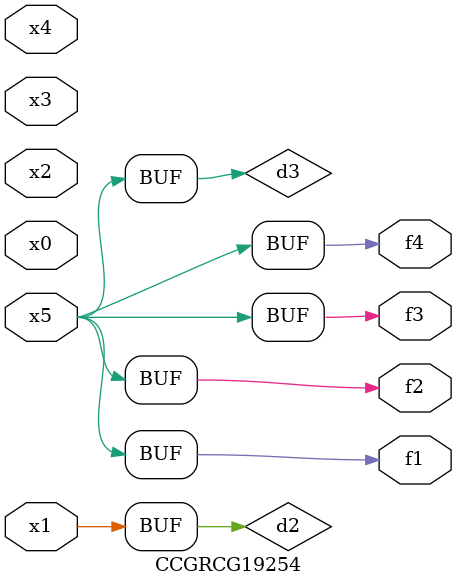
<source format=v>
module CCGRCG19254(
	input x0, x1, x2, x3, x4, x5,
	output f1, f2, f3, f4
);

	wire d1, d2, d3;

	not (d1, x5);
	or (d2, x1);
	xnor (d3, d1);
	assign f1 = d3;
	assign f2 = d3;
	assign f3 = d3;
	assign f4 = d3;
endmodule

</source>
